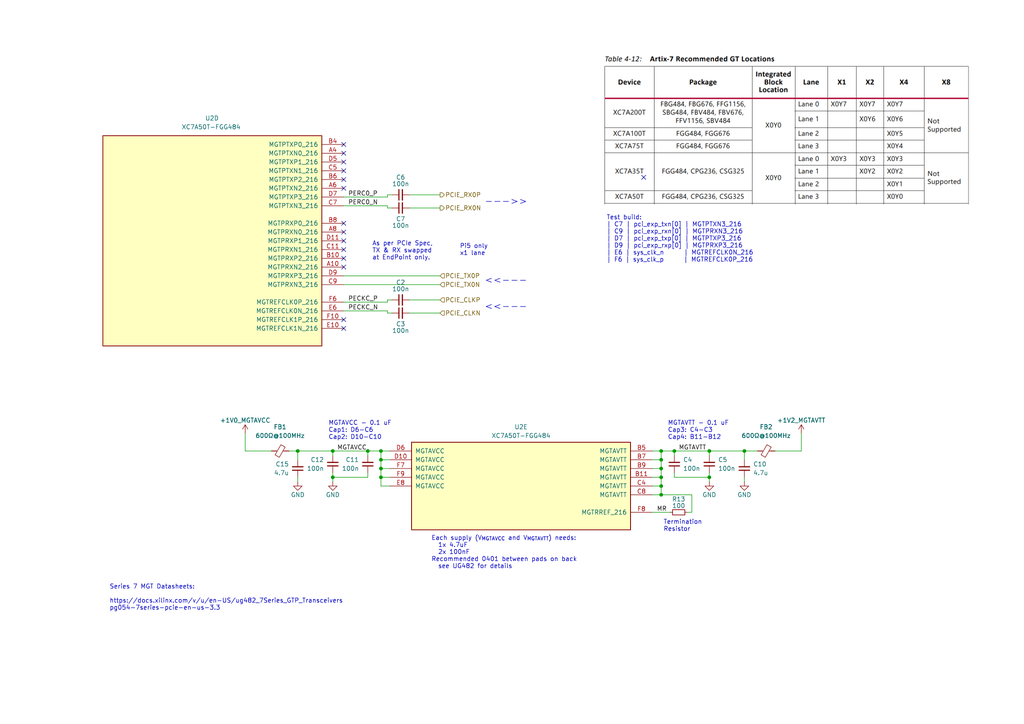
<source format=kicad_sch>
(kicad_sch (version 20230121) (generator eeschema)
  (paper "A4")
  (title_block (title "FPGA Bank 216 (MGT/PCIe)") (date "2024-02-14") (rev "0.1") (company "George Smart, M1GEO") (comment 1 "https://github.com/m1geo/Pi5-Artix-FPGA-Hat") (comment 2 "https://www.george-smart.co.uk"))
  (lib_symbols
    (symbol "Device:C_Small" (pin_numbers hide) (pin_names (offset 0.254) hide)
      (property "Reference" "C" (at 0.254 1.778 0))
      (property "Value" "C_Small" (at 0.254 -2.032 0))
      (symbol "C_Small_1_1"
        (pin passive line (at 0 2.54 270) (length 2.032) (name "~") (number "1"))
        (pin passive line (at 0 -2.54 90) (length 2.032) (name "~") (number "2"))
      )
    )
    (symbol "Device:FerriteBead_Small" (pin_numbers hide) (pin_names (offset 0))
      (property "Reference" "FB" (at 1.905 1.27 0))
      (property "Value" "FerriteBead_Small" (at 1.905 -1.27 0))
      (symbol "FerriteBead_Small_1_1"
        (pin passive line (at 0 2.54 270) (length 1.27) (name "~") (number "1"))
        (pin passive line (at 0 -2.54 90) (length 1.27) (name "~") (number "2"))
      )
    )
    (symbol "Device:R_Small" (pin_numbers hide) (pin_names (offset 0.254) hide)
      (property "Reference" "R" (at 0.762 0.508 0))
      (property "Value" "R_Small" (at 0.762 -1.016 0))
      (symbol "R_Small_1_1"
        (pin passive line (at 0 2.54 270) (length 0.762) (name "~") (number "1"))
        (pin passive line (at 0 -2.54 90) (length 0.762) (name "~") (number "2"))
      )
    )
    (symbol "FPGA_Xilinx_Artix7:XC7A50T-FGG484" (pin_names (offset 1.016))
      (property "Reference" "U" (at 0 1.27 0))
      (property "Value" "XC7A50T-FGG484" (at 0 -1.27 0))
      (symbol "XC7A50T-FGG484_1_1"
        (pin power_in line (at -40.64 73.66 270) (length 6.35) (name "VCCO_13") (number "AA17"))
        (pin bidirectional line (at 50.8 -30.48 180) (length 6.35) (name "IO_L17P_T2_A14_D30_14") (number "AA18"))
        (pin bidirectional line (at 50.8 -20.32 180) (length 6.35) (name "IO_L15P_T2_DQS_RDWR_B_14") (number "AA19"))
        (pin bidirectional line (at 50.8 15.24 180) (length 6.35) (name "IO_L8P_T1_D11_14") (number "AA20"))
        (pin bidirectional line (at 50.8 12.7 180) (length 6.35) (name "IO_L8N_T1_D12_14") (number "AA21"))
        (pin power_in line (at -38.1 73.66 270) (length 6.35) (name "VCCO_13") (number "AB14"))
        (pin bidirectional line (at 50.8 -33.02 180) (length 6.35) (name "IO_L17N_T2_A13_D29_14") (number "AB18"))
        (pin bidirectional line (at 50.8 -22.86 180) (length 6.35) (name "IO_L15N_T2_DQS_DOUT_CSO_B_14") (number "AB20"))
        (pin bidirectional line (at 50.8 5.08 180) (length 6.35) (name "IO_L10P_T1_D14_14") (number "AB21"))
        (pin bidirectional line (at 50.8 2.54 180) (length 6.35) (name "IO_L10N_T1_D15_14") (number "AB22"))
        (pin power_in line (at 27.94 73.66 270) (length 6.35) (name "VCCO_14") (number "M14"))
        (pin bidirectional line (at 50.8 -60.96 180) (length 6.35) (name "IO_L23P_T3_A03_D19_14") (number "N13"))
        (pin bidirectional line (at 50.8 -63.5 180) (length 6.35) (name "IO_L23N_T3_A02_D18_14") (number "N14"))
        (pin bidirectional line (at 50.8 -71.12 180) (length 6.35) (name "IO_25_14") (number "N15"))
        (pin bidirectional line (at 50.8 -50.8 180) (length 6.35) (name "IO_L21P_T3_DQS_14") (number "N17"))
        (pin bidirectional line (at 50.8 -40.64 180) (length 6.35) (name "IO_L19P_T3_A10_D26_14") (number "P14"))
        (pin bidirectional line (at 50.8 -55.88 180) (length 6.35) (name "IO_L22P_T3_A05_D21_14") (number "P15"))
        (pin bidirectional line (at 50.8 -66.04 180) (length 6.35) (name "IO_L24P_T3_A01_D17_14") (number "P16"))
        (pin bidirectional line (at 50.8 -53.34 180) (length 6.35) (name "IO_L21N_T3_DQS_A06_D22_14") (number "P17"))
        (pin power_in line (at 30.48 73.66 270) (length 6.35) (name "VCCO_14") (number "P18"))
        (pin bidirectional line (at 50.8 30.48 180) (length 6.35) (name "IO_L5P_T0_D06_14") (number "P19"))
        (pin bidirectional line (at 50.8 53.34 180) (length 6.35) (name "IO_0_14") (number "P20"))
        (pin bidirectional line (at 50.8 45.72 180) (length 6.35) (name "IO_L2P_T0_D02_14") (number "P21"))
        (pin bidirectional line (at 50.8 50.8 180) (length 6.35) (name "IO_L1P_T0_D00_MOSI_14") (number "P22"))
        (pin bidirectional line (at 50.8 -43.18 180) (length 6.35) (name "IO_L19N_T3_A09_D25_VREF_14") (number "R14"))
        (pin power_in line (at 33.02 73.66 270) (length 6.35) (name "VCCO_14") (number "R15"))
        (pin bidirectional line (at 50.8 -58.42 180) (length 6.35) (name "IO_L22N_T3_A04_D20_14") (number "R16"))
        (pin bidirectional line (at 50.8 -68.58 180) (length 6.35) (name "IO_L24N_T3_A00_D16_14") (number "R17"))
        (pin bidirectional line (at 50.8 -45.72 180) (length 6.35) (name "IO_L20P_T3_A08_D24_14") (number "R18"))
        (pin bidirectional line (at 50.8 27.94 180) (length 6.35) (name "IO_L5N_T0_D07_14") (number "R19"))
        (pin bidirectional line (at 50.8 43.18 180) (length 6.35) (name "IO_L2N_T0_D03_14") (number "R21"))
        (pin bidirectional line (at 50.8 48.26 180) (length 6.35) (name "IO_L1N_T0_D01_DIN_14") (number "R22"))
        (pin bidirectional line (at 50.8 -48.26 180) (length 6.35) (name "IO_L20N_T3_A07_D23_14") (number "T18"))
        (pin bidirectional line (at 50.8 25.4 180) (length 6.35) (name "IO_L6P_T0_FCS_B_14") (number "T19"))
        (pin bidirectional line (at 50.8 22.86 180) (length 6.35) (name "IO_L6N_T0_D08_VREF_14") (number "T20"))
        (pin bidirectional line (at 50.8 35.56 180) (length 6.35) (name "IO_L4P_T0_D04_14") (number "T21"))
        (pin power_in line (at 35.56 73.66 270) (length 6.35) (name "VCCO_14") (number "T22"))
        (pin bidirectional line (at 50.8 -35.56 180) (length 6.35) (name "IO_L18P_T2_A12_D28_14") (number "U17"))
        (pin bidirectional line (at 50.8 -38.1 180) (length 6.35) (name "IO_L18N_T2_A11_D27_14") (number "U18"))
        (pin power_in line (at 38.1 73.66 270) (length 6.35) (name "VCCO_14") (number "U19"))
        (pin bidirectional line (at 50.8 0 180) (length 6.35) (name "IO_L11P_T1_SRCC_14") (number "U20"))
        (pin bidirectional line (at 50.8 33.02 180) (length 6.35) (name "IO_L4N_T0_D05_14") (number "U21"))
        (pin bidirectional line (at 50.8 40.64 180) (length 6.35) (name "IO_L3P_T0_DQS_PUDC_B_14") (number "U22"))
        (pin power_in line (at -35.56 73.66 270) (length 6.35) (name "VCCO_13") (number "V16"))
        (pin bidirectional line (at 50.8 -25.4 180) (length 6.35) (name "IO_L16P_T2_CSI_B_14") (number "V17"))
        (pin bidirectional line (at 50.8 -15.24 180) (length 6.35) (name "IO_L14P_T2_SRCC_14") (number "V18"))
        (pin bidirectional line (at 50.8 -17.78 180) (length 6.35) (name "IO_L14N_T2_SRCC_14") (number "V19"))
        (pin bidirectional line (at 50.8 -2.54 180) (length 6.35) (name "IO_L11N_T1_SRCC_14") (number "V20"))
        (pin bidirectional line (at 50.8 38.1 180) (length 6.35) (name "IO_L3N_T0_DQS_EMCCLK_14") (number "V22"))
        (pin power_in line (at -33.02 73.66 270) (length 6.35) (name "VCCO_13") (number "W13"))
        (pin bidirectional line (at 50.8 -27.94 180) (length 6.35) (name "IO_L16N_T2_A15_D31_14") (number "W17"))
        (pin bidirectional line (at 50.8 -5.08 180) (length 6.35) (name "IO_L12P_T1_MRCC_14") (number "W19"))
        (pin bidirectional line (at 50.8 -7.62 180) (length 6.35) (name "IO_L12N_T1_MRCC_14") (number "W20"))
        (pin bidirectional line (at 50.8 20.32 180) (length 6.35) (name "IO_L7P_T1_D09_14") (number "W21"))
        (pin bidirectional line (at 50.8 17.78 180) (length 6.35) (name "IO_L7N_T1_D10_14") (number "W22"))
        (pin power_in line (at -30.48 73.66 270) (length 6.35) (name "VCCO_13") (number "Y10"))
        (pin bidirectional line (at 50.8 -10.16 180) (length 6.35) (name "IO_L13P_T2_MRCC_14") (number "Y18"))
        (pin bidirectional line (at 50.8 -12.7 180) (length 6.35) (name "IO_L13N_T2_MRCC_14") (number "Y19"))
        (pin power_in line (at 40.64 73.66 270) (length 6.35) (name "VCCO_14") (number "Y20"))
        (pin bidirectional line (at 50.8 10.16 180) (length 6.35) (name "IO_L9P_T1_DQS_14") (number "Y21"))
        (pin bidirectional line (at 50.8 7.62 180) (length 6.35) (name "IO_L9N_T1_DQS_D13_14") (number "Y22"))
      )
      (symbol "XC7A50T-FGG484_2_1"
        (pin bidirectional line (at 50.8 5.08 180) (length 6.35) (name "IO_L10P_T1_16") (number "A13"))
        (pin bidirectional line (at 50.8 2.54 180) (length 6.35) (name "IO_L10N_T1_16") (number "A14"))
        (pin bidirectional line (at 50.8 10.16 180) (length 6.35) (name "IO_L9P_T1_DQS_16") (number "A15"))
        (pin bidirectional line (at 50.8 7.62 180) (length 6.35) (name "IO_L9N_T1_DQS_16") (number "A16"))
        (pin power_in line (at 27.94 73.66 270) (length 6.35) (name "VCCO_16") (number "A17"))
        (pin bidirectional line (at 50.8 -30.48 180) (length 6.35) (name "IO_L17P_T2_16") (number "A18"))
        (pin bidirectional line (at 50.8 -33.02 180) (length 6.35) (name "IO_L17N_T2_16") (number "A19"))
        (pin bidirectional line (at 50.8 -27.94 180) (length 6.35) (name "IO_L16N_T2_16") (number "A20"))
        (pin bidirectional line (at 50.8 -53.34 180) (length 6.35) (name "IO_L21N_T3_DQS_16") (number "A21"))
        (pin bidirectional line (at 50.8 12.7 180) (length 6.35) (name "IO_L8N_T1_16") (number "B13"))
        (pin power_in line (at 30.48 73.66 270) (length 6.35) (name "VCCO_16") (number "B14"))
        (pin bidirectional line (at 50.8 20.32 180) (length 6.35) (name "IO_L7P_T1_16") (number "B15"))
        (pin bidirectional line (at 50.8 17.78 180) (length 6.35) (name "IO_L7N_T1_16") (number "B16"))
        (pin bidirectional line (at 50.8 0 180) (length 6.35) (name "IO_L11P_T1_SRCC_16") (number "B17"))
        (pin bidirectional line (at 50.8 -2.54 180) (length 6.35) (name "IO_L11N_T1_SRCC_16") (number "B18"))
        (pin bidirectional line (at 50.8 -25.4 180) (length 6.35) (name "IO_L16P_T2_16") (number "B20"))
        (pin bidirectional line (at 50.8 -50.8 180) (length 6.35) (name "IO_L21P_T3_DQS_16") (number "B21"))
        (pin bidirectional line (at 50.8 -48.26 180) (length 6.35) (name "IO_L20N_T3_16") (number "B22"))
        (pin bidirectional line (at 50.8 15.24 180) (length 6.35) (name "IO_L8P_T1_16") (number "C13"))
        (pin bidirectional line (at 50.8 40.64 180) (length 6.35) (name "IO_L3P_T0_DQS_16") (number "C14"))
        (pin bidirectional line (at 50.8 38.1 180) (length 6.35) (name "IO_L3N_T0_DQS_16") (number "C15"))
        (pin bidirectional line (at 50.8 -7.62 180) (length 6.35) (name "IO_L12N_T1_MRCC_16") (number "C17"))
        (pin bidirectional line (at 50.8 -10.16 180) (length 6.35) (name "IO_L13P_T2_MRCC_16") (number "C18"))
        (pin bidirectional line (at 50.8 -12.7 180) (length 6.35) (name "IO_L13N_T2_MRCC_16") (number "C19"))
        (pin bidirectional line (at 50.8 -43.18 180) (length 6.35) (name "IO_L19N_T3_VREF_16") (number "C20"))
        (pin power_in line (at 33.02 73.66 270) (length 6.35) (name "VCCO_16") (number "C21"))
        (pin bidirectional line (at 50.8 -45.72 180) (length 6.35) (name "IO_L20P_T3_16") (number "C22"))
        (pin bidirectional line (at 50.8 25.4 180) (length 6.35) (name "IO_L6P_T0_16") (number "D14"))
        (pin bidirectional line (at 50.8 22.86 180) (length 6.35) (name "IO_L6N_T0_VREF_16") (number "D15"))
        (pin bidirectional line (at 50.8 27.94 180) (length 6.35) (name "IO_L5N_T0_16") (number "D16"))
        (pin bidirectional line (at 50.8 -5.08 180) (length 6.35) (name "IO_L12P_T1_MRCC_16") (number "D17"))
        (pin power_in line (at 35.56 73.66 270) (length 6.35) (name "VCCO_16") (number "D18"))
        (pin bidirectional line (at 50.8 -17.78 180) (length 6.35) (name "IO_L14N_T2_SRCC_16") (number "D19"))
        (pin bidirectional line (at 50.8 -40.64 180) (length 6.35) (name "IO_L19P_T3_16") (number "D20"))
        (pin bidirectional line (at 50.8 -63.5 180) (length 6.35) (name "IO_L23N_T3_16") (number "D21"))
        (pin bidirectional line (at 50.8 -58.42 180) (length 6.35) (name "IO_L22N_T3_16") (number "D22"))
        (pin bidirectional line (at 50.8 35.56 180) (length 6.35) (name "IO_L4P_T0_16") (number "E13"))
        (pin bidirectional line (at 50.8 33.02 180) (length 6.35) (name "IO_L4N_T0_16") (number "E14"))
        (pin power_in line (at 38.1 73.66 270) (length 6.35) (name "VCCO_16") (number "E15"))
        (pin bidirectional line (at 50.8 30.48 180) (length 6.35) (name "IO_L5P_T0_16") (number "E16"))
        (pin bidirectional line (at 50.8 43.18 180) (length 6.35) (name "IO_L2N_T0_16") (number "E17"))
        (pin bidirectional line (at 50.8 -22.86 180) (length 6.35) (name "IO_L15N_T2_DQS_16") (number "E18"))
        (pin bidirectional line (at 50.8 -15.24 180) (length 6.35) (name "IO_L14P_T2_SRCC_16") (number "E19"))
        (pin bidirectional line (at 50.8 -60.96 180) (length 6.35) (name "IO_L23P_T3_16") (number "E21"))
        (pin bidirectional line (at 50.8 -55.88 180) (length 6.35) (name "IO_L22P_T3_16") (number "E22"))
        (pin bidirectional line (at 50.8 50.8 180) (length 6.35) (name "IO_L1P_T0_16") (number "F13"))
        (pin bidirectional line (at 50.8 48.26 180) (length 6.35) (name "IO_L1N_T0_16") (number "F14"))
        (pin bidirectional line (at 50.8 53.34 180) (length 6.35) (name "IO_0_16") (number "F15"))
        (pin bidirectional line (at 50.8 45.72 180) (length 6.35) (name "IO_L2P_T0_16") (number "F16"))
        (pin bidirectional line (at 50.8 -20.32 180) (length 6.35) (name "IO_L15P_T2_DQS_16") (number "F18"))
        (pin bidirectional line (at 50.8 -35.56 180) (length 6.35) (name "IO_L18P_T2_16") (number "F19"))
        (pin bidirectional line (at 50.8 -38.1 180) (length 6.35) (name "IO_L18N_T2_16") (number "F20"))
        (pin bidirectional line (at 50.8 -71.12 180) (length 6.35) (name "IO_25_16") (number "F21"))
        (pin power_in line (at 40.64 73.66 270) (length 6.35) (name "VCCO_16") (number "F22"))
        (pin bidirectional line (at -50.8 48.26 0) (length 6.35) (name "IO_L1N_T0_AD0N_15") (number "G13"))
        (pin bidirectional line (at -50.8 45.72 0) (length 6.35) (name "IO_L2P_T0_AD8P_15") (number "G15"))
        (pin bidirectional line (at -50.8 43.18 0) (length 6.35) (name "IO_L2N_T0_AD8N_15") (number "G16"))
        (pin bidirectional line (at -50.8 35.56 0) (length 6.35) (name "IO_L4P_T0_15") (number "G17"))
        (pin bidirectional line (at -50.8 33.02 0) (length 6.35) (name "IO_L4N_T0_15") (number "G18"))
        (pin power_in line (at -40.64 73.66 270) (length 6.35) (name "VCCO_15") (number "G19"))
        (pin bidirectional line (at -50.8 12.7 0) (length 6.35) (name "IO_L8N_T1_AD10N_15") (number "G20"))
        (pin bidirectional line (at 50.8 -66.04 180) (length 6.35) (name "IO_L24P_T3_16") (number "G21"))
        (pin bidirectional line (at 50.8 -68.58 180) (length 6.35) (name "IO_L24N_T3_16") (number "G22"))
        (pin bidirectional line (at -50.8 50.8 0) (length 6.35) (name "IO_L1P_T0_AD0P_15") (number "H13"))
        (pin bidirectional line (at -50.8 38.1 0) (length 6.35) (name "IO_L3N_T0_DQS_AD1N_15") (number "H14"))
        (pin bidirectional line (at -50.8 27.94 0) (length 6.35) (name "IO_L5N_T0_AD9N_15") (number "H15"))
        (pin power_in line (at -38.1 73.66 270) (length 6.35) (name "VCCO_15") (number "H16"))
        (pin bidirectional line (at -50.8 25.4 0) (length 6.35) (name "IO_L6P_T0_15") (number "H17"))
        (pin bidirectional line (at -50.8 22.86 0) (length 6.35) (name "IO_L6N_T0_VREF_15") (number "H18"))
        (pin bidirectional line (at -50.8 -7.62 0) (length 6.35) (name "IO_L12N_T1_MRCC_15") (number "H19"))
        (pin bidirectional line (at -50.8 15.24 0) (length 6.35) (name "IO_L8P_T1_AD10P_15") (number "H20"))
        (pin bidirectional line (at -50.8 17.78 0) (length 6.35) (name "IO_L7N_T1_AD2N_15") (number "H22"))
        (pin power_in line (at -35.56 73.66 270) (length 6.35) (name "VCCO_15") (number "J13"))
        (pin bidirectional line (at -50.8 40.64 0) (length 6.35) (name "IO_L3P_T0_DQS_AD1P_15") (number "J14"))
        (pin bidirectional line (at -50.8 30.48 0) (length 6.35) (name "IO_L5P_T0_AD9P_15") (number "J15"))
        (pin bidirectional line (at -50.8 53.34 0) (length 6.35) (name "IO_0_15") (number "J16"))
        (pin bidirectional line (at -50.8 -53.34 0) (length 6.35) (name "IO_L21N_T3_DQS_A18_15") (number "J17"))
        (pin bidirectional line (at -50.8 -5.08 0) (length 6.35) (name "IO_L12P_T1_MRCC_15") (number "J19"))
        (pin bidirectional line (at -50.8 0 0) (length 6.35) (name "IO_L11P_T1_SRCC_15") (number "J20"))
        (pin bidirectional line (at -50.8 -2.54 0) (length 6.35) (name "IO_L11N_T1_SRCC_15") (number "J21"))
        (pin bidirectional line (at -50.8 20.32 0) (length 6.35) (name "IO_L7P_T1_AD2P_15") (number "J22"))
        (pin bidirectional line (at -50.8 -40.64 0) (length 6.35) (name "IO_L19P_T3_A22_15") (number "K13"))
        (pin bidirectional line (at -50.8 -43.18 0) (length 6.35) (name "IO_L19N_T3_A21_VREF_15") (number "K14"))
        (pin bidirectional line (at -50.8 -63.5 0) (length 6.35) (name "IO_L23N_T3_FWE_B_15") (number "K16"))
        (pin bidirectional line (at -50.8 -50.8 0) (length 6.35) (name "IO_L21P_T3_DQS_15") (number "K17"))
        (pin bidirectional line (at -50.8 -10.16 0) (length 6.35) (name "IO_L13P_T2_MRCC_15") (number "K18"))
        (pin bidirectional line (at -50.8 -12.7 0) (length 6.35) (name "IO_L13N_T2_MRCC_15") (number "K19"))
        (pin power_in line (at -33.02 73.66 270) (length 6.35) (name "VCCO_15") (number "K20"))
        (pin bidirectional line (at -50.8 10.16 0) (length 6.35) (name "IO_L9P_T1_DQS_AD3P_15") (number "K21"))
        (pin bidirectional line (at -50.8 7.62 0) (length 6.35) (name "IO_L9N_T1_DQS_AD3N_15") (number "K22"))
        (pin bidirectional line (at -50.8 -48.26 0) (length 6.35) (name "IO_L20N_T3_A19_15") (number "L13"))
        (pin bidirectional line (at -50.8 -55.88 0) (length 6.35) (name "IO_L22P_T3_A17_15") (number "L14"))
        (pin bidirectional line (at -50.8 -58.42 0) (length 6.35) (name "IO_L22N_T3_A16_15") (number "L15"))
        (pin bidirectional line (at -50.8 -60.96 0) (length 6.35) (name "IO_L23P_T3_FOE_B_15") (number "L16"))
        (pin power_in line (at -30.48 73.66 270) (length 6.35) (name "VCCO_15") (number "L17"))
        (pin bidirectional line (at -50.8 -27.94 0) (length 6.35) (name "IO_L16N_T2_A27_15") (number "L18"))
        (pin bidirectional line (at -50.8 -15.24 0) (length 6.35) (name "IO_L14P_T2_SRCC_15") (number "L19"))
        (pin bidirectional line (at -50.8 -17.78 0) (length 6.35) (name "IO_L14N_T2_SRCC_15") (number "L20"))
        (pin bidirectional line (at -50.8 2.54 0) (length 6.35) (name "IO_L10N_T1_AD11N_15") (number "L21"))
        (pin bidirectional line (at -50.8 -45.72 0) (length 6.35) (name "IO_L20P_T3_A20_15") (number "M13"))
        (pin bidirectional line (at -50.8 -66.04 0) (length 6.35) (name "IO_L24P_T3_RS1_15") (number "M15"))
        (pin bidirectional line (at -50.8 -68.58 0) (length 6.35) (name "IO_L24N_T3_RS0_15") (number "M16"))
        (pin bidirectional line (at -50.8 -71.12 0) (length 6.35) (name "IO_25_15") (number "M17"))
        (pin bidirectional line (at -50.8 -25.4 0) (length 6.35) (name "IO_L16P_T2_A28_15") (number "M18"))
        (pin bidirectional line (at -50.8 -38.1 0) (length 6.35) (name "IO_L18N_T2_A23_15") (number "M20"))
        (pin bidirectional line (at -50.8 5.08 0) (length 6.35) (name "IO_L10P_T1_AD11P_15") (number "M21"))
        (pin bidirectional line (at -50.8 -22.86 0) (length 6.35) (name "IO_L15N_T2_DQS_ADV_B_15") (number "M22"))
        (pin bidirectional line (at -50.8 -30.48 0) (length 6.35) (name "IO_L17P_T2_A26_15") (number "N18"))
        (pin bidirectional line (at -50.8 -33.02 0) (length 6.35) (name "IO_L17N_T2_A25_15") (number "N19"))
        (pin bidirectional line (at -50.8 -35.56 0) (length 6.35) (name "IO_L18P_T2_A24_15") (number "N20"))
        (pin power_in line (at -27.94 73.66 270) (length 6.35) (name "VCCO_15") (number "N21"))
        (pin bidirectional line (at -50.8 -20.32 0) (length 6.35) (name "IO_L15P_T2_DQS_15") (number "N22"))
      )
      (symbol "XC7A50T-FGG484_3_1"
        (pin bidirectional line (at 50.8 48.26 180) (length 6.35) (name "IO_L1N_T0_AD4N_35") (number "A1"))
        (pin bidirectional line (at -50.8 20.32 0) (length 6.35) (name "IO_L7P_T1_34") (number "AA1"))
        (pin bidirectional line (at -50.8 7.62 0) (length 6.35) (name "IO_L9N_T1_DQS_34") (number "AA3"))
        (pin bidirectional line (at -50.8 -2.54 0) (length 6.35) (name "IO_L11N_T1_SRCC_34") (number "AA4"))
        (pin bidirectional line (at -50.8 5.08 0) (length 6.35) (name "IO_L10P_T1_34") (number "AA5"))
        (pin bidirectional line (at -50.8 -38.1 0) (length 6.35) (name "IO_L18N_T2_34") (number "AA6"))
        (pin power_in line (at -40.64 73.66 270) (length 6.35) (name "VCCO_34") (number "AA7"))
        (pin bidirectional line (at -50.8 -55.88 0) (length 6.35) (name "IO_L22P_T3_34") (number "AA8"))
        (pin bidirectional line (at -50.8 17.78 0) (length 6.35) (name "IO_L7N_T1_34") (number "AB1"))
        (pin bidirectional line (at -50.8 12.7 0) (length 6.35) (name "IO_L8N_T1_34") (number "AB2"))
        (pin bidirectional line (at -50.8 15.24 0) (length 6.35) (name "IO_L8P_T1_34") (number "AB3"))
        (pin power_in line (at -38.1 73.66 270) (length 6.35) (name "VCCO_34") (number "AB4"))
        (pin bidirectional line (at -50.8 2.54 0) (length 6.35) (name "IO_L10N_T1_34") (number "AB5"))
        (pin bidirectional line (at -50.8 -48.26 0) (length 6.35) (name "IO_L20N_T3_34") (number "AB6"))
        (pin bidirectional line (at -50.8 -45.72 0) (length 6.35) (name "IO_L20P_T3_34") (number "AB7"))
        (pin bidirectional line (at -50.8 -58.42 0) (length 6.35) (name "IO_L22N_T3_34") (number "AB8"))
        (pin bidirectional line (at 50.8 50.8 180) (length 6.35) (name "IO_L1P_T0_AD4P_35") (number "B1"))
        (pin bidirectional line (at 50.8 43.18 180) (length 6.35) (name "IO_L2N_T0_AD12N_35") (number "B2"))
        (pin power_in line (at 27.94 73.66 270) (length 6.35) (name "VCCO_35") (number "C1"))
        (pin bidirectional line (at 50.8 45.72 180) (length 6.35) (name "IO_L2P_T0_AD12P_35") (number "C2"))
        (pin bidirectional line (at 50.8 38.1 180) (length 6.35) (name "IO_L3N_T0_DQS_AD5N_35") (number "D1"))
        (pin bidirectional line (at 50.8 33.02 180) (length 6.35) (name "IO_L4N_T0_35") (number "D2"))
        (pin bidirectional line (at 50.8 40.64 180) (length 6.35) (name "IO_L3P_T0_DQS_AD5P_35") (number "E1"))
        (pin bidirectional line (at 50.8 35.56 180) (length 6.35) (name "IO_L4P_T0_35") (number "E2"))
        (pin bidirectional line (at 50.8 22.86 180) (length 6.35) (name "IO_L6N_T0_VREF_35") (number "E3"))
        (pin bidirectional line (at 50.8 27.94 180) (length 6.35) (name "IO_L5N_T0_AD13N_35") (number "F1"))
        (pin power_in line (at 30.48 73.66 270) (length 6.35) (name "VCCO_35") (number "F2"))
        (pin bidirectional line (at 50.8 25.4 180) (length 6.35) (name "IO_L6P_T0_35") (number "F3"))
        (pin bidirectional line (at 50.8 53.34 180) (length 6.35) (name "IO_0_35") (number "F4"))
        (pin bidirectional line (at 50.8 30.48 180) (length 6.35) (name "IO_L5P_T0_AD13P_35") (number "G1"))
        (pin bidirectional line (at 50.8 12.7 180) (length 6.35) (name "IO_L8N_T1_AD14N_35") (number "G2"))
        (pin bidirectional line (at 50.8 -2.54 180) (length 6.35) (name "IO_L11N_T1_SRCC_35") (number "G3"))
        (pin bidirectional line (at 50.8 -7.62 180) (length 6.35) (name "IO_L12N_T1_MRCC_35") (number "G4"))
        (pin bidirectional line (at 50.8 15.24 180) (length 6.35) (name "IO_L8P_T1_AD14P_35") (number "H2"))
        (pin bidirectional line (at 50.8 0 180) (length 6.35) (name "IO_L11P_T1_SRCC_35") (number "H3"))
        (pin bidirectional line (at 50.8 -5.08 180) (length 6.35) (name "IO_L12P_T1_MRCC_35") (number "H4"))
        (pin bidirectional line (at 50.8 2.54 180) (length 6.35) (name "IO_L10N_T1_AD15N_35") (number "H5"))
        (pin power_in line (at 33.02 73.66 270) (length 6.35) (name "VCCO_35") (number "H6"))
        (pin bidirectional line (at 50.8 17.78 180) (length 6.35) (name "IO_L7N_T1_AD6N_35") (number "J1"))
        (pin bidirectional line (at 50.8 7.62 180) (length 6.35) (name "IO_L9N_T1_DQS_AD7N_35") (number "J2"))
        (pin power_in line (at 35.56 73.66 270) (length 6.35) (name "VCCO_35") (number "J3"))
        (pin bidirectional line (at 50.8 -12.7 180) (length 6.35) (name "IO_L13N_T2_MRCC_35") (number "J4"))
        (pin bidirectional line (at 50.8 5.08 180) (length 6.35) (name "IO_L10P_T1_AD15P_35") (number "J5"))
        (pin bidirectional line (at 50.8 -33.02 180) (length 6.35) (name "IO_L17N_T2_35") (number "J6"))
        (pin bidirectional line (at 50.8 20.32 180) (length 6.35) (name "IO_L7P_T1_AD6P_35") (number "K1"))
        (pin bidirectional line (at 50.8 10.16 180) (length 6.35) (name "IO_L9P_T1_DQS_AD7P_35") (number "K2"))
        (pin bidirectional line (at 50.8 -17.78 180) (length 6.35) (name "IO_L14N_T2_SRCC_35") (number "K3"))
        (pin bidirectional line (at 50.8 -10.16 180) (length 6.35) (name "IO_L13P_T2_MRCC_35") (number "K4"))
        (pin bidirectional line (at 50.8 -30.48 180) (length 6.35) (name "IO_L17P_T2_35") (number "K6"))
        (pin bidirectional line (at 50.8 -22.86 180) (length 6.35) (name "IO_L15N_T2_DQS_35") (number "L1"))
        (pin bidirectional line (at 50.8 -15.24 180) (length 6.35) (name "IO_L14P_T2_SRCC_35") (number "L3"))
        (pin bidirectional line (at 50.8 -38.1 180) (length 6.35) (name "IO_L18N_T2_35") (number "L4"))
        (pin bidirectional line (at 50.8 -35.56 180) (length 6.35) (name "IO_L18P_T2_35") (number "L5"))
        (pin bidirectional line (at 50.8 -71.12 180) (length 6.35) (name "IO_25_35") (number "L6"))
        (pin bidirectional line (at 50.8 -20.32 180) (length 6.35) (name "IO_L15P_T2_DQS_35") (number "M1"))
        (pin bidirectional line (at 50.8 -27.94 180) (length 6.35) (name "IO_L16N_T2_35") (number "M2"))
        (pin bidirectional line (at 50.8 -25.4 180) (length 6.35) (name "IO_L16P_T2_35") (number "M3"))
        (pin power_in line (at 38.1 73.66 270) (length 6.35) (name "VCCO_35") (number "M4"))
        (pin bidirectional line (at 50.8 -63.5 180) (length 6.35) (name "IO_L23N_T3_35") (number "M5"))
        (pin bidirectional line (at 50.8 -60.96 180) (length 6.35) (name "IO_L23P_T3_35") (number "M6"))
        (pin power_in line (at 40.64 73.66 270) (length 6.35) (name "VCCO_35") (number "N1"))
        (pin bidirectional line (at 50.8 -58.42 180) (length 6.35) (name "IO_L22N_T3_35") (number "N2"))
        (pin bidirectional line (at 50.8 -43.18 180) (length 6.35) (name "IO_L19N_T3_VREF_35") (number "N3"))
        (pin bidirectional line (at 50.8 -40.64 180) (length 6.35) (name "IO_L19P_T3_35") (number "N4"))
        (pin bidirectional line (at 50.8 -68.58 180) (length 6.35) (name "IO_L24N_T3_35") (number "N5"))
        (pin bidirectional line (at 50.8 -48.26 180) (length 6.35) (name "IO_L20N_T3_35") (number "P1"))
        (pin bidirectional line (at 50.8 -55.88 180) (length 6.35) (name "IO_L22P_T3_35") (number "P2"))
        (pin bidirectional line (at 50.8 -53.34 180) (length 6.35) (name "IO_L21N_T3_DQS_35") (number "P4"))
        (pin bidirectional line (at 50.8 -50.8 180) (length 6.35) (name "IO_L21P_T3_DQS_35") (number "P5"))
        (pin bidirectional line (at 50.8 -66.04 180) (length 6.35) (name "IO_L24P_T3_35") (number "P6"))
        (pin bidirectional line (at 50.8 -45.72 180) (length 6.35) (name "IO_L20P_T3_35") (number "R1"))
        (pin bidirectional line (at -50.8 38.1 0) (length 6.35) (name "IO_L3N_T0_DQS_34") (number "R2"))
        (pin bidirectional line (at -50.8 40.64 0) (length 6.35) (name "IO_L3P_T0_DQS_34") (number "R3"))
        (pin bidirectional line (at -50.8 -10.16 0) (length 6.35) (name "IO_L13P_T2_MRCC_34") (number "R4"))
        (pin power_in line (at -35.56 73.66 270) (length 6.35) (name "VCCO_34") (number "R5"))
        (pin bidirectional line (at -50.8 -30.48 0) (length 6.35) (name "IO_L17P_T2_34") (number "R6"))
        (pin bidirectional line (at -50.8 50.8 0) (length 6.35) (name "IO_L1P_T0_34") (number "T1"))
        (pin power_in line (at -33.02 73.66 270) (length 6.35) (name "VCCO_34") (number "T2"))
        (pin bidirectional line (at -50.8 53.34 0) (length 6.35) (name "IO_0_34") (number "T3"))
        (pin bidirectional line (at -50.8 -12.7 0) (length 6.35) (name "IO_L13N_T2_MRCC_34") (number "T4"))
        (pin bidirectional line (at -50.8 -15.24 0) (length 6.35) (name "IO_L14P_T2_SRCC_34") (number "T5"))
        (pin bidirectional line (at -50.8 -33.02 0) (length 6.35) (name "IO_L17N_T2_34") (number "T6"))
        (pin bidirectional line (at -50.8 48.26 0) (length 6.35) (name "IO_L1N_T0_34") (number "U1"))
        (pin bidirectional line (at -50.8 45.72 0) (length 6.35) (name "IO_L2P_T0_34") (number "U2"))
        (pin bidirectional line (at -50.8 25.4 0) (length 6.35) (name "IO_L6P_T0_34") (number "U3"))
        (pin bidirectional line (at -50.8 -17.78 0) (length 6.35) (name "IO_L14N_T2_SRCC_34") (number "U5"))
        (pin bidirectional line (at -50.8 -25.4 0) (length 6.35) (name "IO_L16P_T2_34") (number "U6"))
        (pin bidirectional line (at -50.8 -71.12 0) (length 6.35) (name "IO_25_34") (number "U7"))
        (pin bidirectional line (at -50.8 43.18 0) (length 6.35) (name "IO_L2N_T0_34") (number "V2"))
        (pin bidirectional line (at -50.8 22.86 0) (length 6.35) (name "IO_L6N_T0_VREF_34") (number "V3"))
        (pin bidirectional line (at -50.8 -5.08 0) (length 6.35) (name "IO_L12P_T1_MRCC_34") (number "V4"))
        (pin bidirectional line (at -50.8 -27.94 0) (length 6.35) (name "IO_L16N_T2_34") (number "V5"))
        (pin power_in line (at -30.48 73.66 270) (length 6.35) (name "VCCO_34") (number "V6"))
        (pin bidirectional line (at -50.8 -40.64 0) (length 6.35) (name "IO_L19P_T3_34") (number "V7"))
        (pin bidirectional line (at -50.8 -53.34 0) (length 6.35) (name "IO_L21N_T3_DQS_34") (number "V8"))
        (pin bidirectional line (at -50.8 -50.8 0) (length 6.35) (name "IO_L21P_T3_DQS_34") (number "V9"))
        (pin bidirectional line (at -50.8 30.48 0) (length 6.35) (name "IO_L5P_T0_34") (number "W1"))
        (pin bidirectional line (at -50.8 35.56 0) (length 6.35) (name "IO_L4P_T0_34") (number "W2"))
        (pin power_in line (at -27.94 73.66 270) (length 6.35) (name "VCCO_34") (number "W3"))
        (pin bidirectional line (at -50.8 -7.62 0) (length 6.35) (name "IO_L12N_T1_MRCC_34") (number "W4"))
        (pin bidirectional line (at -50.8 -22.86 0) (length 6.35) (name "IO_L15N_T2_DQS_34") (number "W5"))
        (pin bidirectional line (at -50.8 -20.32 0) (length 6.35) (name "IO_L15P_T2_DQS_34") (number "W6"))
        (pin bidirectional line (at -50.8 -43.18 0) (length 6.35) (name "IO_L19N_T3_VREF_34") (number "W7"))
        (pin bidirectional line (at -50.8 -66.04 0) (length 6.35) (name "IO_L24P_T3_34") (number "W9"))
        (pin bidirectional line (at -50.8 27.94 0) (length 6.35) (name "IO_L5N_T0_34") (number "Y1"))
        (pin bidirectional line (at -50.8 33.02 0) (length 6.35) (name "IO_L4N_T0_34") (number "Y2"))
        (pin bidirectional line (at -50.8 10.16 0) (length 6.35) (name "IO_L9P_T1_DQS_34") (number "Y3"))
        (pin bidirectional line (at -50.8 0 0) (length 6.35) (name "IO_L11P_T1_SRCC_34") (number "Y4"))
        (pin bidirectional line (at -50.8 -35.56 0) (length 6.35) (name "IO_L18P_T2_34") (number "Y6"))
        (pin bidirectional line (at -50.8 -63.5 0) (length 6.35) (name "IO_L23N_T3_34") (number "Y7"))
        (pin bidirectional line (at -50.8 -60.96 0) (length 6.35) (name "IO_L23P_T3_34") (number "Y8"))
        (pin bidirectional line (at -50.8 -68.58 0) (length 6.35) (name "IO_L24N_T3_34") (number "Y9"))
      )
      (symbol "XC7A50T-FGG484_4_1"
        (pin bidirectional line (at -38.1 -7.62 0) (length 6.35) (name "MGTPRXN2_216") (number "A10"))
        (pin bidirectional line (at -38.1 25.4 0) (length 6.35) (name "MGTPTXN0_216") (number "A4"))
        (pin bidirectional line (at -38.1 15.24 0) (length 6.35) (name "MGTPTXN2_216") (number "A6"))
        (pin bidirectional line (at -38.1 2.54 0) (length 6.35) (name "MGTPRXN0_216") (number "A8"))
        (pin bidirectional line (at -38.1 -5.08 0) (length 6.35) (name "MGTPRXP2_216") (number "B10"))
        (pin bidirectional line (at -38.1 27.94 0) (length 6.35) (name "MGTPTXP0_216") (number "B4"))
        (pin bidirectional line (at -38.1 17.78 0) (length 6.35) (name "MGTPTXP2_216") (number "B6"))
        (pin bidirectional line (at -38.1 5.08 0) (length 6.35) (name "MGTPRXP0_216") (number "B8"))
        (pin bidirectional line (at -38.1 -2.54 0) (length 6.35) (name "MGTPRXN1_216") (number "C11"))
        (pin bidirectional line (at -38.1 20.32 0) (length 6.35) (name "MGTPTXN1_216") (number "C5"))
        (pin bidirectional line (at -38.1 10.16 0) (length 6.35) (name "MGTPTXN3_216") (number "C7"))
        (pin bidirectional line (at -38.1 -12.7 0) (length 6.35) (name "MGTPRXN3_216") (number "C9"))
        (pin bidirectional line (at -38.1 0 0) (length 6.35) (name "MGTPRXP1_216") (number "D11"))
        (pin bidirectional line (at -38.1 22.86 0) (length 6.35) (name "MGTPTXP1_216") (number "D5"))
        (pin bidirectional line (at -38.1 12.7 0) (length 6.35) (name "MGTPTXP3_216") (number "D7"))
        (pin bidirectional line (at -38.1 -10.16 0) (length 6.35) (name "MGTPRXP3_216") (number "D9"))
        (pin bidirectional line (at -38.1 -25.4 0) (length 6.35) (name "MGTREFCLK1N_216") (number "E10"))
        (pin bidirectional line (at -38.1 -20.32 0) (length 6.35) (name "MGTREFCLK0N_216") (number "E6"))
        (pin bidirectional line (at -38.1 -22.86 0) (length 6.35) (name "MGTREFCLK1P_216") (number "F10"))
        (pin bidirectional line (at -38.1 -17.78 0) (length 6.35) (name "MGTREFCLK0P_216") (number "F6"))
      )
      (symbol "XC7A50T-FGG484_5_1"
        (pin power_in line (at 38.1 2.54 180) (length 6.35) (name "MGTAVTT") (number "B11"))
        (pin power_in line (at 38.1 10.16 180) (length 6.35) (name "MGTAVTT") (number "B5"))
        (pin power_in line (at 38.1 7.62 180) (length 6.35) (name "MGTAVTT") (number "B7"))
        (pin power_in line (at 38.1 5.08 180) (length 6.35) (name "MGTAVTT") (number "B9"))
        (pin power_in line (at 38.1 0 180) (length 6.35) (name "MGTAVTT") (number "C4"))
        (pin power_in line (at 38.1 -2.54 180) (length 6.35) (name "MGTAVTT") (number "C8"))
        (pin power_in line (at -38.1 7.62 0) (length 6.35) (name "MGTAVCC") (number "D10"))
        (pin power_in line (at -38.1 10.16 0) (length 6.35) (name "MGTAVCC") (number "D6"))
        (pin power_in line (at -38.1 0 0) (length 6.35) (name "MGTAVCC") (number "E8"))
        (pin power_in line (at -38.1 5.08 0) (length 6.35) (name "MGTAVCC") (number "F7"))
        (pin power_in line (at 38.1 -7.62 180) (length 6.35) (name "MGTRREF_216") (number "F8"))
        (pin power_in line (at -38.1 2.54 0) (length 6.35) (name "MGTAVCC") (number "F9"))
      )
      (symbol "XC7A50T-FGG484_6_1"
        (pin power_in line (at 25.4 40.64 270) (length 6.35) (name "VCCO_0") (number "F12"))
        (pin bidirectional line (at 38.1 -5.08 180) (length 6.35) (name "DONE_0") (number "G11"))
        (pin bidirectional line (at 38.1 -20.32 180) (length 6.35) (name "VP_0") (number "L10"))
        (pin bidirectional line (at 38.1 7.62 180) (length 6.35) (name "CCLK_0") (number "L12"))
        (pin bidirectional line (at 38.1 -30.48 180) (length 6.35) (name "VREFN_0") (number "L9"))
        (pin bidirectional line (at 38.1 -27.94 180) (length 6.35) (name "VREFP_0") (number "M10"))
        (pin bidirectional line (at 38.1 -22.86 180) (length 6.35) (name "VN_0") (number "M9"))
        (pin bidirectional line (at 38.1 -35.56 180) (length 6.35) (name "DXP_0") (number "N10"))
        (pin bidirectional line (at 38.1 -10.16 180) (length 6.35) (name "PROGRAM_B_0") (number "N12"))
        (pin bidirectional line (at 38.1 -38.1 180) (length 6.35) (name "DXN_0") (number "N9"))
        (pin bidirectional line (at 38.1 20.32 180) (length 6.35) (name "TDI_0") (number "R13"))
        (pin power_in line (at 27.94 40.64 270) (length 6.35) (name "VCCO_0") (number "T12"))
        (pin bidirectional line (at 38.1 15.24 180) (length 6.35) (name "TMS_0") (number "T13"))
        (pin bidirectional line (at 38.1 2.54 180) (length 6.35) (name "M1_0") (number "U10"))
        (pin bidirectional line (at 38.1 5.08 180) (length 6.35) (name "M0_0") (number "U11"))
        (pin bidirectional line (at 38.1 -7.62 180) (length 6.35) (name "INIT_B_0") (number "U12"))
        (pin bidirectional line (at 38.1 17.78 180) (length 6.35) (name "TDO_0") (number "U13"))
        (pin bidirectional line (at 38.1 -15.24 180) (length 6.35) (name "CFGBVS_0") (number "U8"))
        (pin bidirectional line (at 38.1 0 180) (length 6.35) (name "M2_0") (number "U9"))
        (pin bidirectional line (at 38.1 12.7 180) (length 6.35) (name "TCK_0") (number "V12"))
      )
      (symbol "XC7A50T-FGG484_7_1"
        (pin power_in line (at -25.4 22.86 0) (length 6.35) (name "GND") (number "A11"))
        (pin power_in line (at -25.4 20.32 0) (length 6.35) (name "GND") (number "A12"))
        (pin power_in line (at -25.4 35.56 0) (length 6.35) (name "GND") (number "A2"))
        (pin power_in line (at -25.4 17.78 0) (length 6.35) (name "GND") (number "A22"))
        (pin power_in line (at -25.4 33.02 0) (length 6.35) (name "GND") (number "A3"))
        (pin power_in line (at -25.4 30.48 0) (length 6.35) (name "GND") (number "A5"))
        (pin power_in line (at -25.4 27.94 0) (length 6.35) (name "GND") (number "A7"))
        (pin power_in line (at -25.4 25.4 0) (length 6.35) (name "GND") (number "A9"))
        (pin power_in line (at 25.4 -66.04 180) (length 6.35) (name "GND") (number "AA12"))
        (pin power_in line (at 25.4 -63.5 180) (length 6.35) (name "GND") (number "AA2"))
        (pin power_in line (at 25.4 -68.58 180) (length 6.35) (name "GND") (number "AA22"))
        (pin power_in line (at 25.4 -73.66 180) (length 6.35) (name "GND") (number "AB19"))
        (pin power_in line (at 25.4 -71.12 180) (length 6.35) (name "GND") (number "AB9"))
        (pin power_in line (at -25.4 12.7 0) (length 6.35) (name "GND") (number "B12"))
        (pin power_in line (at -25.4 10.16 0) (length 6.35) (name "GND") (number "B19"))
        (pin power_in line (at -25.4 15.24 0) (length 6.35) (name "GND") (number "B3"))
        (pin power_in line (at -25.4 2.54 0) (length 6.35) (name "GND") (number "C10"))
        (pin power_in line (at -25.4 0 0) (length 6.35) (name "GND") (number "C12"))
        (pin power_in line (at -25.4 -2.54 0) (length 6.35) (name "GND") (number "C16"))
        (pin power_in line (at -25.4 7.62 0) (length 6.35) (name "GND") (number "C3"))
        (pin power_in line (at -25.4 5.08 0) (length 6.35) (name "GND") (number "C6"))
        (pin power_in line (at -25.4 -12.7 0) (length 6.35) (name "GND") (number "D12"))
        (pin power_in line (at -25.4 -15.24 0) (length 6.35) (name "GND") (number "D13"))
        (pin power_in line (at -25.4 -5.08 0) (length 6.35) (name "GND") (number "D3"))
        (pin power_in line (at -25.4 -7.62 0) (length 6.35) (name "GND") (number "D4"))
        (pin power_in line (at -25.4 -10.16 0) (length 6.35) (name "GND") (number "D8"))
        (pin power_in line (at -25.4 -27.94 0) (length 6.35) (name "GND") (number "E11"))
        (pin power_in line (at -25.4 53.34 0) (length 6.35) (name "VCCBATT_0") (number "E12"))
        (pin power_in line (at -25.4 -30.48 0) (length 6.35) (name "GND") (number "E20"))
        (pin power_in line (at -25.4 -17.78 0) (length 6.35) (name "GND") (number "E4"))
        (pin power_in line (at -25.4 -20.32 0) (length 6.35) (name "GND") (number "E5"))
        (pin power_in line (at -25.4 -22.86 0) (length 6.35) (name "GND") (number "E7"))
        (pin power_in line (at -25.4 -25.4 0) (length 6.35) (name "GND") (number "E9"))
        (pin power_in line (at -25.4 -35.56 0) (length 6.35) (name "GND") (number "F11"))
        (pin power_in line (at -25.4 -38.1 0) (length 6.35) (name "GND") (number "F17"))
        (pin power_in line (at -25.4 -33.02 0) (length 6.35) (name "GND") (number "F5"))
        (pin power_in line (at -25.4 -53.34 0) (length 6.35) (name "GND") (number "G10"))
        (pin power_in line (at -25.4 -55.88 0) (length 6.35) (name "GND") (number "G12"))
        (pin power_in line (at -25.4 -58.42 0) (length 6.35) (name "GND") (number "G14"))
        (pin power_in line (at -25.4 -40.64 0) (length 6.35) (name "GND") (number "G5"))
        (pin power_in line (at -25.4 -43.18 0) (length 6.35) (name "GND") (number "G6"))
        (pin power_in line (at -25.4 -45.72 0) (length 6.35) (name "GND") (number "G7"))
        (pin power_in line (at -25.4 -48.26 0) (length 6.35) (name "GND") (number "G8"))
        (pin power_in line (at -25.4 -50.8 0) (length 6.35) (name "GND") (number "G9"))
        (pin power_in line (at -25.4 -60.96 0) (length 6.35) (name "GND") (number "H1"))
        (pin power_in line (at 25.4 71.12 180) (length 6.35) (name "VCCINT") (number "H10"))
        (pin power_in line (at -25.4 -68.58 0) (length 6.35) (name "GND") (number "H11"))
        (pin power_in line (at -25.4 73.66 0) (length 6.35) (name "VCCAUX") (number "H12"))
        (pin power_in line (at -25.4 -71.12 0) (length 6.35) (name "GND") (number "H21"))
        (pin power_in line (at -25.4 -63.5 0) (length 6.35) (name "GND") (number "H7"))
        (pin power_in line (at 25.4 73.66 180) (length 6.35) (name "VCCINT") (number "H8"))
        (pin power_in line (at -25.4 -66.04 0) (length 6.35) (name "GND") (number "H9"))
        (pin power_in line (at 25.4 33.02 180) (length 6.35) (name "GND") (number "J10"))
        (pin power_in line (at -25.4 50.8 0) (length 6.35) (name "VCCBRAM") (number "J11"))
        (pin power_in line (at 25.4 30.48 180) (length 6.35) (name "GND") (number "J12"))
        (pin power_in line (at 25.4 27.94 180) (length 6.35) (name "GND") (number "J18"))
        (pin power_in line (at 25.4 68.58 180) (length 6.35) (name "VCCINT") (number "J7"))
        (pin power_in line (at -25.4 -73.66 0) (length 6.35) (name "GND") (number "J8"))
        (pin power_in line (at 25.4 66.04 180) (length 6.35) (name "VCCINT") (number "J9"))
        (pin power_in line (at -25.4 55.88 0) (length 6.35) (name "VCCADC_0") (number "K10"))
        (pin power_in line (at 25.4 20.32 180) (length 6.35) (name "GND") (number "K11"))
        (pin power_in line (at -25.4 71.12 0) (length 6.35) (name "VCCAUX") (number "K12"))
        (pin power_in line (at 25.4 17.78 180) (length 6.35) (name "GND") (number "K15"))
        (pin power_in line (at 25.4 25.4 180) (length 6.35) (name "GND") (number "K5"))
        (pin power_in line (at 25.4 22.86 180) (length 6.35) (name "GND") (number "K7"))
        (pin power_in line (at 25.4 63.5 180) (length 6.35) (name "VCCINT") (number "K8"))
        (pin power_in line (at -25.4 58.42 0) (length 6.35) (name "GNDADC_0") (number "K9"))
        (pin power_in line (at -25.4 48.26 0) (length 6.35) (name "VCCBRAM") (number "L11"))
        (pin power_in line (at 25.4 15.24 180) (length 6.35) (name "GND") (number "L2"))
        (pin power_in line (at 25.4 10.16 180) (length 6.35) (name "GND") (number "L22"))
        (pin power_in line (at 25.4 60.96 180) (length 6.35) (name "VCCINT") (number "L7"))
        (pin power_in line (at 25.4 12.7 180) (length 6.35) (name "GND") (number "L8"))
        (pin power_in line (at 25.4 5.08 180) (length 6.35) (name "GND") (number "M11"))
        (pin power_in line (at -25.4 68.58 0) (length 6.35) (name "VCCAUX") (number "M12"))
        (pin power_in line (at 25.4 2.54 180) (length 6.35) (name "GND") (number "M19"))
        (pin power_in line (at 25.4 7.62 180) (length 6.35) (name "GND") (number "M7"))
        (pin power_in line (at 25.4 58.42 180) (length 6.35) (name "VCCINT") (number "M8"))
        (pin power_in line (at -25.4 45.72 0) (length 6.35) (name "VCCBRAM") (number "N11"))
        (pin power_in line (at 25.4 -5.08 180) (length 6.35) (name "GND") (number "N16"))
        (pin power_in line (at 25.4 0 180) (length 6.35) (name "GND") (number "N6"))
        (pin power_in line (at 25.4 55.88 180) (length 6.35) (name "VCCINT") (number "N7"))
        (pin power_in line (at 25.4 -2.54 180) (length 6.35) (name "GND") (number "N8"))
        (pin power_in line (at 25.4 50.8 180) (length 6.35) (name "VCCINT") (number "P10"))
        (pin power_in line (at 25.4 -15.24 180) (length 6.35) (name "GND") (number "P11"))
        (pin power_in line (at -25.4 66.04 0) (length 6.35) (name "VCCAUX") (number "P12"))
        (pin power_in line (at 25.4 -17.78 180) (length 6.35) (name "GND") (number "P13"))
        (pin power_in line (at 25.4 -7.62 180) (length 6.35) (name "GND") (number "P3"))
        (pin power_in line (at 25.4 -10.16 180) (length 6.35) (name "GND") (number "P7"))
        (pin power_in line (at 25.4 53.34 180) (length 6.35) (name "VCCINT") (number "P8"))
        (pin power_in line (at 25.4 -12.7 180) (length 6.35) (name "GND") (number "P9"))
        (pin power_in line (at 25.4 -22.86 180) (length 6.35) (name "GND") (number "R10"))
        (pin power_in line (at -25.4 63.5 0) (length 6.35) (name "VCCAUX") (number "R11"))
        (pin power_in line (at 25.4 -25.4 180) (length 6.35) (name "GND") (number "R12"))
        (pin power_in line (at 25.4 -27.94 180) (length 6.35) (name "GND") (number "R20"))
        (pin power_in line (at 25.4 48.26 180) (length 6.35) (name "VCCINT") (number "R7"))
        (pin power_in line (at 25.4 -20.32 180) (length 6.35) (name "GND") (number "R8"))
        (pin power_in line (at 25.4 45.72 180) (length 6.35) (name "VCCINT") (number "R9"))
        (pin power_in line (at 25.4 40.64 180) (length 6.35) (name "VCCINT") (number "T10"))
        (pin power_in line (at 25.4 -35.56 180) (length 6.35) (name "GND") (number "T11"))
        (pin power_in line (at 25.4 -38.1 180) (length 6.35) (name "GND") (number "T17"))
        (pin power_in line (at 25.4 -30.48 180) (length 6.35) (name "GND") (number "T7"))
        (pin power_in line (at 25.4 43.18 180) (length 6.35) (name "VCCINT") (number "T8"))
        (pin power_in line (at 25.4 -33.02 180) (length 6.35) (name "GND") (number "T9"))
        (pin power_in line (at 25.4 -43.18 180) (length 6.35) (name "GND") (number "U14"))
        (pin power_in line (at 25.4 -40.64 180) (length 6.35) (name "GND") (number "U4"))
        (pin power_in line (at 25.4 -45.72 180) (length 6.35) (name "GND") (number "V1"))
        (pin power_in line (at 25.4 -48.26 180) (length 6.35) (name "GND") (number "V11"))
        (pin power_in line (at 25.4 -50.8 180) (length 6.35) (name "GND") (number "V21"))
        (pin power_in line (at 25.4 -55.88 180) (length 6.35) (name "GND") (number "W18"))
        (pin power_in line (at 25.4 -53.34 180) (length 6.35) (name "GND") (number "W8"))
        (pin power_in line (at 25.4 -60.96 180) (length 6.35) (name "GND") (number "Y15"))
        (pin power_in line (at 25.4 -58.42 180) (length 6.35) (name "GND") (number "Y5"))
      )
    )
    (symbol "fpga_mgt_power:+1V0_MGTAVCC" (power) (pin_names (offset 0))
      (property "Value" "+1V0_MGTAVCC" (at 0 5.08 0))
      (symbol "+1V0_MGTAVCC_1_1"
        (pin power_in line (at 0 0 90) (length 0) hide (name "+1V0_MGTAVCC") (number "1"))
      )
    )
    (symbol "fpga_mgt_power:+1V2_MGTAVTT" (power) (pin_names (offset 0))
      (property "Value" "+1V2_MGTAVTT" (at 0 5.08 0))
      (symbol "+1V2_MGTAVTT_1_1"
        (pin power_in line (at 0 0 90) (length 0) hide (name "+1V2_MGTAVTT") (number "1"))
      )
    )
    (symbol "power:GND" (power) (pin_names (offset 0))
      (property "Value" "GND" (at 0 -3.81 0))
      (symbol "GND_1_1"
        (pin power_in line (at 0 0 270) (length 0) hide (name "GND") (number "1"))
      )
    )
  )
  (junction (at 191.77 143.51))
  (junction (at 86.36 130.81))
  (junction (at 110.49 135.89))
  (junction (at 191.77 130.81))
  (junction (at 191.77 135.89))
  (junction (at 191.77 133.35))
  (junction (at 96.52 130.81))
  (junction (at 205.74 130.81))
  (junction (at 205.74 138.43))
  (junction (at 110.49 138.43))
  (junction (at 195.58 130.81))
  (junction (at 106.68 130.81))
  (junction (at 215.9 130.81))
  (junction (at 110.49 133.35))
  (junction (at 96.52 138.43))
  (junction (at 191.77 138.43))
  (junction (at 191.77 140.97))
  (junction (at 110.49 130.81))
  (no_connect (at 99.695 41.91))
  (no_connect (at 99.695 77.47))
  (no_connect (at 99.695 54.61))
  (no_connect (at 99.695 72.39))
  (no_connect (at 99.695 64.77))
  (no_connect (at 99.695 95.25))
  (no_connect (at 99.695 52.07))
  (no_connect (at 99.695 49.53))
  (no_connect (at 99.695 74.93))
  (no_connect (at 99.695 69.85))
  (no_connect (at 99.695 92.71))
  (no_connect (at 99.695 67.31))
  (no_connect (at 99.695 46.99))
  (no_connect (at 99.695 44.45))
  (no_connect (at 186.69 51.435))
  (wire (pts (xy 99.695 90.17) (xy 112.395 90.17)))
  (wire (pts (xy 195.58 132.08) (xy 195.58 130.81)))
  (wire (pts (xy 191.77 138.43) (xy 191.77 140.97)))
  (wire (pts (xy 191.77 138.43) (xy 189.23 138.43)))
  (wire (pts (xy 99.695 87.63) (xy 112.395 87.63)))
  (wire (pts (xy 191.77 140.97) (xy 189.23 140.97)))
  (wire (pts (xy 224.79 130.81) (xy 232.41 130.81)))
  (wire (pts (xy 99.695 82.55) (xy 127.635 82.55)))
  (wire (pts (xy 106.68 130.81) (xy 110.49 130.81)))
  (wire (pts (xy 232.41 125.73) (xy 232.41 130.81)))
  (wire (pts (xy 205.74 130.81) (xy 215.9 130.81)))
  (wire (pts (xy 191.77 143.51) (xy 189.23 143.51)))
  (wire (pts (xy 200.66 148.59) (xy 200.66 143.51)))
  (wire (pts (xy 118.745 90.805) (xy 127.635 90.805)))
  (wire (pts (xy 99.695 57.15) (xy 112.395 57.15)))
  (wire (pts (xy 110.49 130.81) (xy 113.03 130.81)))
  (wire (pts (xy 189.23 148.59) (xy 194.31 148.59)))
  (wire (pts (xy 200.66 148.59) (xy 199.39 148.59)))
  (wire (pts (xy 110.49 133.35) (xy 113.03 133.35)))
  (wire (pts (xy 110.49 138.43) (xy 110.49 140.97)))
  (wire (pts (xy 110.49 140.97) (xy 113.03 140.97)))
  (wire (pts (xy 71.12 130.81) (xy 78.74 130.81)))
  (wire (pts (xy 96.52 130.81) (xy 86.36 130.81)))
  (wire (pts (xy 106.68 138.43) (xy 106.68 137.16)))
  (wire (pts (xy 112.395 86.995) (xy 113.665 86.995)))
  (wire (pts (xy 200.66 143.51) (xy 191.77 143.51)))
  (wire (pts (xy 110.49 130.81) (xy 110.49 133.35)))
  (wire (pts (xy 86.36 130.81) (xy 86.36 133.35)))
  (wire (pts (xy 205.74 132.08) (xy 205.74 130.81)))
  (wire (pts (xy 106.68 130.81) (xy 96.52 130.81)))
  (wire (pts (xy 96.52 138.43) (xy 106.68 138.43)))
  (wire (pts (xy 118.745 86.995) (xy 127.635 86.995)))
  (wire (pts (xy 96.52 132.08) (xy 96.52 130.81)))
  (wire (pts (xy 113.665 90.805) (xy 112.395 90.805)))
  (wire (pts (xy 191.77 130.81) (xy 191.77 133.35)))
  (wire (pts (xy 118.745 56.515) (xy 127.635 56.515)))
  (wire (pts (xy 215.9 130.81) (xy 219.71 130.81)))
  (wire (pts (xy 205.74 139.7) (xy 205.74 138.43)))
  (wire (pts (xy 110.49 135.89) (xy 110.49 138.43)))
  (wire (pts (xy 96.52 139.7) (xy 96.52 138.43)))
  (wire (pts (xy 110.49 133.35) (xy 110.49 135.89)))
  (wire (pts (xy 195.58 130.81) (xy 205.74 130.81)))
  (wire (pts (xy 112.395 56.515) (xy 113.665 56.515)))
  (wire (pts (xy 205.74 137.16) (xy 205.74 138.43)))
  (wire (pts (xy 112.395 56.515) (xy 112.395 57.15)))
  (wire (pts (xy 106.68 132.08) (xy 106.68 130.81)))
  (wire (pts (xy 112.395 90.805) (xy 112.395 90.17)))
  (wire (pts (xy 191.77 135.89) (xy 191.77 138.43)))
  (wire (pts (xy 215.9 130.81) (xy 215.9 133.35)))
  (wire (pts (xy 191.77 133.35) (xy 189.23 133.35)))
  (wire (pts (xy 118.745 60.325) (xy 127.635 60.325)))
  (wire (pts (xy 86.36 138.43) (xy 86.36 139.7)))
  (wire (pts (xy 113.665 60.325) (xy 112.395 60.325)))
  (wire (pts (xy 191.77 135.89) (xy 189.23 135.89)))
  (wire (pts (xy 99.695 59.69) (xy 112.395 59.69)))
  (wire (pts (xy 112.395 60.325) (xy 112.395 59.69)))
  (wire (pts (xy 110.49 138.43) (xy 113.03 138.43)))
  (wire (pts (xy 195.58 138.43) (xy 195.58 137.16)))
  (wire (pts (xy 191.77 133.35) (xy 191.77 135.89)))
  (wire (pts (xy 112.395 86.995) (xy 112.395 87.63)))
  (wire (pts (xy 191.77 130.81) (xy 189.23 130.81)))
  (wire (pts (xy 191.77 130.81) (xy 195.58 130.81)))
  (wire (pts (xy 99.695 80.01) (xy 127.635 80.01)))
  (wire (pts (xy 110.49 135.89) (xy 113.03 135.89)))
  (wire (pts (xy 83.82 130.81) (xy 86.36 130.81)))
  (wire (pts (xy 96.52 137.16) (xy 96.52 138.43)))
  (wire (pts (xy 71.12 125.73) (xy 71.12 130.81)))
  (wire (pts (xy 205.74 138.43) (xy 195.58 138.43)))
  (wire (pts (xy 191.77 140.97) (xy 191.77 143.51)))
  (wire (pts (xy 215.9 138.43) (xy 215.9 139.7)))
  (image (at 227.965 37.465) (scale 1.18544))
  (text "MGTAVTT - 0.1 uF\nCap3: C4-C3\nCap4: B11-B12" (at 193.675 127.635 0) (effects (font (size 1.27 1.27)) (justify left bottom)))
  (text "Termination\nResistor" (at 192.405 154.305 0) (effects (font (size 1.27 1.27)) (justify left bottom)))
  (text "<<---" (at 153.035 82.55 0) (effects (font (size 2 2)) (justify right bottom)))
  (text "Test build:\n| C7 | pci_exp_txn[0] | MGTPTXN3_216\n| C9 | pci_exp_rxn[0] | MGTPRXN3_216\n| D7 | pci_exp_txp[0] | MGTPTXP3_216\n| D9 | pci_exp_rxp[0] | MGTPRXP3_216\n| E6 | sys_clk_n      | MGTREFCLK0N_216\n| F6 | sys_clk_p      | MGTREFCLK0P_216" (at 175.895 76.2 0) (effects (font (size 1.27 1.27)) (justify left bottom)))
  (text "Series 7 MGT Datasheets:\n\nhttps://docs.xilinx.com/v/u/en-US/ug482_7Series_GTP_Transceivers\npg054-7series-pcie-en-us-3.3" (at 31.75 177.165 0) (effects (font (size 1.27 1.27)) (justify left bottom)))
  (text "Pi5 only\nx1 lane\n" (at 133.35 74.295 0) (effects (font (size 1.27 1.27)) (justify left bottom)))
  (text "--->>" (at 153.035 59.69 0) (effects (font (size 2 2)) (justify right bottom)))
  (text "MGTAVCC - 0.1 uF\nCap1: D6-C6\nCap2: D10-C10" (at 95.25 127.635 0) (effects (font (size 1.27 1.27)) (justify left bottom)))
  (text "As per PCIe Spec,\nTX & RX swapped\nat EndPoint only." (at 107.95 75.565 0) (effects (font (size 1.27 1.27)) (justify left bottom)))
  (text "<<---" (at 153.035 90.17 0) (effects (font (size 2 2)) (justify right bottom)))
  (text "Each supply (V_{MGTAVCC} and V_{MGTAVTT}) needs:\n  1x 4.7uF\n  2x 100nF\nRecommended 0401 between pads on back\n  see UG482 for details" (at 125.095 165.1 0) (effects (font (size 1.27 1.27)) (justify left bottom)))
  (label "PERC0_N" (at 100.965 59.69 0))
  (label "MGTAVCC" (at 97.79 130.81 0))
  (label "PECKC_N" (at 100.965 90.17 0))
  (label "PECKC_P" (at 100.965 87.63 0))
  (label "PERC0_P" (at 100.965 57.15 0))
  (label "MR" (at 190.5 148.59 0))
  (label "MGTAVTT" (at 196.85 130.81 0))
  (hierarchical_label "PCIE_CLKP" (shape input) (at 127.635 86.995 0))
  (hierarchical_label "PCIE_TX0N" (shape input) (at 127.635 82.55 0))
  (hierarchical_label "PCIE_RX0P" (shape output) (at 127.635 56.515 0))
  (hierarchical_label "PCIE_RX0N" (shape output) (at 127.635 60.325 0))
  (hierarchical_label "PCIE_CLKN" (shape input) (at 127.635 90.805 0))
  (hierarchical_label "PCIE_TX0P" (shape input) (at 127.635 80.01 0))
  (symbol (lib_id "power:GND") (at 96.52 139.7 0) (mirror y) (unit 1)
    (property "Reference" "#PWR035" (effects hide))
    (property "Value" "GND" (at 96.52 143.51 0))
  )
  (symbol (lib_id "Device:C_Small") (at 116.205 90.805 90) (unit 1)
    (property "Reference" "C3" (at 116.205 93.98 90))
    (property "Value" "100n" (at 116.205 95.885 90))
    (property "Footprint" "Capacitor_SMD:C_0402_1005Metric" (effects hide))
    (property "Datasheet" "https://datasheet.lcsc.com/lcsc/2304140030_Samsung-Electro-Mechanics-CL05B104KO5NNNC_C1525.pdf" (effects hide))
    (property "LCSC" "C1525" (effects hide))
  )
  (symbol (lib_id "Device:C_Small") (at 195.58 134.62 180) (unit 1)
    (property "Reference" "C4" (at 198.12 133.3436 0) (effects (justify right)))
    (property "Value" "100n" (at 198.12 135.8836 0) (effects (justify right)))
    (property "Footprint" "Capacitor_SMD:C_0402_1005Metric" (effects hide))
    (property "Datasheet" "https://datasheet.lcsc.com/lcsc/2304140030_Samsung-Electro-Mechanics-CL05B104KO5NNNC_C1525.pdf" (effects hide))
    (property "LCSC" "C1525" (effects hide))
  )
  (symbol (lib_id "Device:C_Small") (at 215.9 135.89 180) (unit 1)
    (property "Reference" "C10" (at 218.44 134.6136 0) (effects (justify right)))
    (property "Value" "4.7u" (at 218.44 137.1536 0) (effects (justify right)))
    (property "Footprint" "Capacitor_SMD:C_0402_1005Metric" (effects hide))
    (property "Datasheet" "https://datasheet.lcsc.com/lcsc/2304140030_Samsung-Electro-Mechanics-CL05A475MP5NRNC_C23733.pdf" (effects hide))
    (property "LCSC" "C23733" (effects hide))
  )
  (symbol (lib_id "Device:C_Small") (at 116.205 56.515 90) (unit 1)
    (property "Reference" "C6" (at 116.205 51.435 90))
    (property "Value" "100n" (at 116.205 53.34 90))
    (property "Footprint" "Capacitor_SMD:C_0402_1005Metric" (effects hide))
    (property "Datasheet" "https://datasheet.lcsc.com/lcsc/2304140030_Samsung-Electro-Mechanics-CL05B104KO5NNNC_C1525.pdf" (effects hide))
    (property "LCSC" "C1525" (effects hide))
  )
  (symbol (lib_id "power:GND") (at 215.9 139.7 0) (unit 1)
    (property "Reference" "#PWR034" (effects hide))
    (property "Value" "GND" (at 215.9 143.51 0))
  )
  (symbol (lib_id "Device:C_Small") (at 106.68 134.62 0) (mirror x) (unit 1)
    (property "Reference" "C11" (at 104.14 133.3436 0) (effects (justify right)))
    (property "Value" "100n" (at 104.14 135.8836 0) (effects (justify right)))
    (property "Footprint" "Capacitor_SMD:C_0402_1005Metric" (effects hide))
    (property "Datasheet" "https://datasheet.lcsc.com/lcsc/2304140030_Samsung-Electro-Mechanics-CL05B104KO5NNNC_C1525.pdf" (effects hide))
    (property "LCSC" "C1525" (effects hide))
  )
  (symbol (lib_id "Device:C_Small") (at 116.205 86.995 90) (unit 1)
    (property "Reference" "C2" (at 116.205 81.915 90))
    (property "Value" "100n" (at 116.205 83.82 90))
    (property "Footprint" "Capacitor_SMD:C_0402_1005Metric" (effects hide))
    (property "Datasheet" "https://datasheet.lcsc.com/lcsc/2304140030_Samsung-Electro-Mechanics-CL05B104KO5NNNC_C1525.pdf" (effects hide))
    (property "LCSC" "C1525" (effects hide))
  )
  (symbol (lib_id "fpga_mgt_power:+1V0_MGTAVCC") (at 71.12 125.73 0) (unit 1)
    (property "Reference" "#PWR048" (effects hide))
    (property "Value" "+1V0_MGTAVCC" (at 71.12 121.92 0))
  )
  (symbol (lib_id "fpga_mgt_power:+1V2_MGTAVTT") (at 232.41 125.73 0) (unit 1)
    (property "Reference" "#PWR049" (effects hide))
    (property "Value" "+1V2_MGTAVTT" (at 232.41 121.92 0))
  )
  (symbol (lib_id "Device:R_Small") (at 196.85 148.59 90) (unit 1)
    (property "Reference" "R13" (at 196.85 144.78 90))
    (property "Value" "100" (at 196.85 146.685 90))
    (property "Footprint" "Resistor_SMD:R_0402_1005Metric" (effects hide))
    (property "Datasheet" "https://datasheet.lcsc.com/lcsc/2205311900_UNI-ROYAL-Uniroyal-Elec-0402WGF1000TCE_C25076.pdf" (effects hide))
    (property "LCSC" "C25076" (effects hide))
  )
  (symbol (lib_id "Device:C_Small") (at 86.36 135.89 0) (mirror x) (unit 1)
    (property "Reference" "C15" (at 83.82 134.6136 0) (effects (justify right)))
    (property "Value" "4.7u" (at 83.82 137.1536 0) (effects (justify right)))
    (property "Footprint" "Capacitor_SMD:C_0402_1005Metric" (effects hide))
    (property "Datasheet" "https://datasheet.lcsc.com/lcsc/2304140030_Samsung-Electro-Mechanics-CL05A475MP5NRNC_C23733.pdf" (effects hide))
    (property "LCSC" "C23733" (effects hide))
  )
  (symbol (lib_id "power:GND") (at 86.36 139.7 0) (mirror y) (unit 1)
    (property "Reference" "#PWR036" (effects hide))
    (property "Value" "GND" (at 86.36 143.51 0))
  )
  (symbol (lib_id "Device:FerriteBead_Small") (at 81.28 130.81 90) (unit 1)
    (property "Reference" "FB1" (at 81.2419 123.825 90))
    (property "Value" "600Ω@100MHz" (at 81.2419 126.365 90))
    (property "Footprint" "Inductor_SMD:L_0603_1608Metric" (effects hide))
    (property "Datasheet" "https://datasheet.lcsc.com/lcsc/2109180930_Sunlord-GZ1608D601TF_C1002.pdf" (effects hide))
    (property "LCSC" "C1002" (effects hide))
  )
  (symbol (lib_id "FPGA_Xilinx_Artix7:XC7A50T-FGG484") (at 151.13 140.97 0) (unit 5)
    (property "Reference" "U2" (at 151.13 123.825 0))
    (property "Value" "XC7A50T-FGG484" (at 151.13 126.365 0))
    (property "Footprint" "Package_BGA:Xilinx_FGG484" (effects hide))
    (property "Datasheet" "https://docs.xilinx.com/v/u/en-US/ds181_Artix_7_Data_Sheet" (effects hide))
    (property "LCSC" "C1550658" (effects hide))
  )
  (symbol (lib_id "FPGA_Xilinx_Artix7:XC7A50T-FGG484") (at 61.595 69.85 0) (mirror y) (unit 4)
    (property "Reference" "U2" (at 63.5 34.29 0) (effects (justify left)))
    (property "Value" "XC7A50T-FGG484" (at 69.85 36.83 0) (effects (justify left)))
    (property "Footprint" "Package_BGA:Xilinx_FGG484" (effects hide))
    (property "Datasheet" "https://docs.xilinx.com/v/u/en-US/ds181_Artix_7_Data_Sheet" (effects hide))
    (property "LCSC" "C1550658" (effects hide))
  )
  (symbol (lib_id "power:GND") (at 205.74 139.7 0) (unit 1)
    (property "Reference" "#PWR033" (effects hide))
    (property "Value" "GND" (at 205.74 143.51 0))
  )
  (symbol (lib_id "Device:C_Small") (at 96.52 134.62 0) (mirror x) (unit 1)
    (property "Reference" "C12" (at 93.98 133.3436 0) (effects (justify right)))
    (property "Value" "100n" (at 93.98 135.8836 0) (effects (justify right)))
    (property "Footprint" "Capacitor_SMD:C_0402_1005Metric" (effects hide))
    (property "Datasheet" "https://datasheet.lcsc.com/lcsc/2304140030_Samsung-Electro-Mechanics-CL05B104KO5NNNC_C1525.pdf" (effects hide))
    (property "LCSC" "C1525" (effects hide))
  )
  (symbol (lib_id "Device:FerriteBead_Small") (at 222.25 130.81 90) (unit 1)
    (property "Reference" "FB2" (at 222.2119 123.825 90))
    (property "Value" "600Ω@100MHz" (at 222.2119 126.365 90))
    (property "Footprint" "Inductor_SMD:L_0603_1608Metric" (effects hide))
    (property "Datasheet" "https://datasheet.lcsc.com/lcsc/2109180930_Sunlord-GZ1608D601TF_C1002.pdf" (effects hide))
    (property "LCSC" "C1002" (effects hide))
  )
  (symbol (lib_id "Device:C_Small") (at 116.205 60.325 90) (unit 1)
    (property "Reference" "C7" (at 116.205 63.5 90))
    (property "Value" "100n" (at 116.205 65.405 90))
    (property "Footprint" "Capacitor_SMD:C_0402_1005Metric" (effects hide))
    (property "Datasheet" "https://datasheet.lcsc.com/lcsc/2304140030_Samsung-Electro-Mechanics-CL05B104KO5NNNC_C1525.pdf" (effects hide))
    (property "LCSC" "C1525" (effects hide))
  )
  (symbol (lib_id "Device:C_Small") (at 205.74 134.62 180) (unit 1)
    (property "Reference" "C5" (at 208.28 133.3436 0) (effects (justify right)))
    (property "Value" "100n" (at 208.28 135.8836 0) (effects (justify right)))
    (property "Footprint" "Capacitor_SMD:C_0402_1005Metric" (effects hide))
    (property "Datasheet" "https://datasheet.lcsc.com/lcsc/2304140030_Samsung-Electro-Mechanics-CL05B104KO5NNNC_C1525.pdf" (effects hide))
    (property "LCSC" "C1525" (effects hide))
  )
)
</source>
